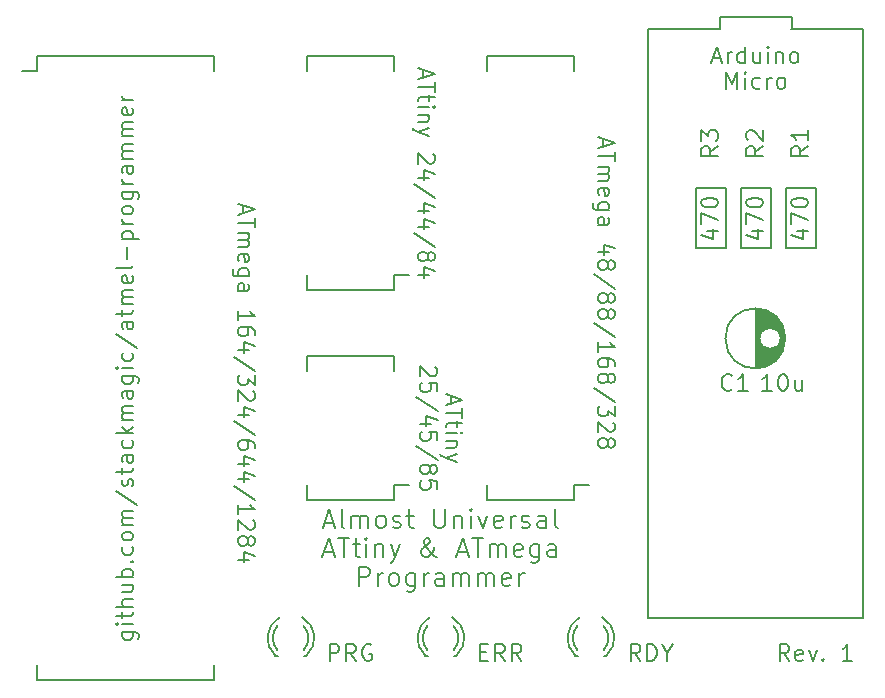
<source format=gbr>
G04 #@! TF.FileFunction,Legend,Top*
%FSLAX46Y46*%
G04 Gerber Fmt 4.6, Leading zero omitted, Abs format (unit mm)*
G04 Created by KiCad (PCBNEW 4.0.2+dfsg1-stable) date Mit 11 Mai 2016 00:43:05 CEST*
%MOMM*%
G01*
G04 APERTURE LIST*
%ADD10C,0.100000*%
%ADD11C,0.200000*%
%ADD12C,0.150000*%
G04 APERTURE END LIST*
D10*
D11*
X114000000Y-130250004D02*
X115133333Y-130250004D01*
X115266667Y-130316670D01*
X115333333Y-130383337D01*
X115400000Y-130516670D01*
X115400000Y-130716670D01*
X115333333Y-130850004D01*
X114866667Y-130250004D02*
X114933333Y-130383337D01*
X114933333Y-130650004D01*
X114866667Y-130783337D01*
X114800000Y-130850004D01*
X114666667Y-130916670D01*
X114266667Y-130916670D01*
X114133333Y-130850004D01*
X114066667Y-130783337D01*
X114000000Y-130650004D01*
X114000000Y-130383337D01*
X114066667Y-130250004D01*
X114933333Y-129583337D02*
X114000000Y-129583337D01*
X113533333Y-129583337D02*
X113600000Y-129650003D01*
X113666667Y-129583337D01*
X113600000Y-129516670D01*
X113533333Y-129583337D01*
X113666667Y-129583337D01*
X114000000Y-129116670D02*
X114000000Y-128583336D01*
X113533333Y-128916670D02*
X114733333Y-128916670D01*
X114866667Y-128850003D01*
X114933333Y-128716670D01*
X114933333Y-128583336D01*
X114933333Y-128116670D02*
X113533333Y-128116670D01*
X114933333Y-127516670D02*
X114200000Y-127516670D01*
X114066667Y-127583336D01*
X114000000Y-127716670D01*
X114000000Y-127916670D01*
X114066667Y-128050003D01*
X114133333Y-128116670D01*
X114000000Y-126250003D02*
X114933333Y-126250003D01*
X114000000Y-126850003D02*
X114733333Y-126850003D01*
X114866667Y-126783336D01*
X114933333Y-126650003D01*
X114933333Y-126450003D01*
X114866667Y-126316669D01*
X114800000Y-126250003D01*
X114933333Y-125583336D02*
X113533333Y-125583336D01*
X114066667Y-125583336D02*
X114000000Y-125450002D01*
X114000000Y-125183336D01*
X114066667Y-125050002D01*
X114133333Y-124983336D01*
X114266667Y-124916669D01*
X114666667Y-124916669D01*
X114800000Y-124983336D01*
X114866667Y-125050002D01*
X114933333Y-125183336D01*
X114933333Y-125450002D01*
X114866667Y-125583336D01*
X114800000Y-124316669D02*
X114866667Y-124250002D01*
X114933333Y-124316669D01*
X114866667Y-124383335D01*
X114800000Y-124316669D01*
X114933333Y-124316669D01*
X114866667Y-123050002D02*
X114933333Y-123183335D01*
X114933333Y-123450002D01*
X114866667Y-123583335D01*
X114800000Y-123650002D01*
X114666667Y-123716668D01*
X114266667Y-123716668D01*
X114133333Y-123650002D01*
X114066667Y-123583335D01*
X114000000Y-123450002D01*
X114000000Y-123183335D01*
X114066667Y-123050002D01*
X114933333Y-122250002D02*
X114866667Y-122383335D01*
X114800000Y-122450002D01*
X114666667Y-122516668D01*
X114266667Y-122516668D01*
X114133333Y-122450002D01*
X114066667Y-122383335D01*
X114000000Y-122250002D01*
X114000000Y-122050002D01*
X114066667Y-121916668D01*
X114133333Y-121850002D01*
X114266667Y-121783335D01*
X114666667Y-121783335D01*
X114800000Y-121850002D01*
X114866667Y-121916668D01*
X114933333Y-122050002D01*
X114933333Y-122250002D01*
X114933333Y-121183335D02*
X114000000Y-121183335D01*
X114133333Y-121183335D02*
X114066667Y-121116668D01*
X114000000Y-120983335D01*
X114000000Y-120783335D01*
X114066667Y-120650001D01*
X114200000Y-120583335D01*
X114933333Y-120583335D01*
X114200000Y-120583335D02*
X114066667Y-120516668D01*
X114000000Y-120383335D01*
X114000000Y-120183335D01*
X114066667Y-120050001D01*
X114200000Y-119983335D01*
X114933333Y-119983335D01*
X113466667Y-118316668D02*
X115266667Y-119516668D01*
X114866667Y-117916667D02*
X114933333Y-117783334D01*
X114933333Y-117516667D01*
X114866667Y-117383334D01*
X114733333Y-117316667D01*
X114666667Y-117316667D01*
X114533333Y-117383334D01*
X114466667Y-117516667D01*
X114466667Y-117716667D01*
X114400000Y-117850001D01*
X114266667Y-117916667D01*
X114200000Y-117916667D01*
X114066667Y-117850001D01*
X114000000Y-117716667D01*
X114000000Y-117516667D01*
X114066667Y-117383334D01*
X114000000Y-116916668D02*
X114000000Y-116383334D01*
X113533333Y-116716668D02*
X114733333Y-116716668D01*
X114866667Y-116650001D01*
X114933333Y-116516668D01*
X114933333Y-116383334D01*
X114933333Y-115316668D02*
X114200000Y-115316668D01*
X114066667Y-115383334D01*
X114000000Y-115516668D01*
X114000000Y-115783334D01*
X114066667Y-115916668D01*
X114866667Y-115316668D02*
X114933333Y-115450001D01*
X114933333Y-115783334D01*
X114866667Y-115916668D01*
X114733333Y-115983334D01*
X114600000Y-115983334D01*
X114466667Y-115916668D01*
X114400000Y-115783334D01*
X114400000Y-115450001D01*
X114333333Y-115316668D01*
X114866667Y-114050001D02*
X114933333Y-114183334D01*
X114933333Y-114450001D01*
X114866667Y-114583334D01*
X114800000Y-114650001D01*
X114666667Y-114716667D01*
X114266667Y-114716667D01*
X114133333Y-114650001D01*
X114066667Y-114583334D01*
X114000000Y-114450001D01*
X114000000Y-114183334D01*
X114066667Y-114050001D01*
X114933333Y-113450001D02*
X113533333Y-113450001D01*
X114400000Y-113316667D02*
X114933333Y-112916667D01*
X114000000Y-112916667D02*
X114533333Y-113450001D01*
X114933333Y-112316668D02*
X114000000Y-112316668D01*
X114133333Y-112316668D02*
X114066667Y-112250001D01*
X114000000Y-112116668D01*
X114000000Y-111916668D01*
X114066667Y-111783334D01*
X114200000Y-111716668D01*
X114933333Y-111716668D01*
X114200000Y-111716668D02*
X114066667Y-111650001D01*
X114000000Y-111516668D01*
X114000000Y-111316668D01*
X114066667Y-111183334D01*
X114200000Y-111116668D01*
X114933333Y-111116668D01*
X114933333Y-109850001D02*
X114200000Y-109850001D01*
X114066667Y-109916667D01*
X114000000Y-110050001D01*
X114000000Y-110316667D01*
X114066667Y-110450001D01*
X114866667Y-109850001D02*
X114933333Y-109983334D01*
X114933333Y-110316667D01*
X114866667Y-110450001D01*
X114733333Y-110516667D01*
X114600000Y-110516667D01*
X114466667Y-110450001D01*
X114400000Y-110316667D01*
X114400000Y-109983334D01*
X114333333Y-109850001D01*
X114000000Y-108583334D02*
X115133333Y-108583334D01*
X115266667Y-108650000D01*
X115333333Y-108716667D01*
X115400000Y-108850000D01*
X115400000Y-109050000D01*
X115333333Y-109183334D01*
X114866667Y-108583334D02*
X114933333Y-108716667D01*
X114933333Y-108983334D01*
X114866667Y-109116667D01*
X114800000Y-109183334D01*
X114666667Y-109250000D01*
X114266667Y-109250000D01*
X114133333Y-109183334D01*
X114066667Y-109116667D01*
X114000000Y-108983334D01*
X114000000Y-108716667D01*
X114066667Y-108583334D01*
X114933333Y-107916667D02*
X114000000Y-107916667D01*
X113533333Y-107916667D02*
X113600000Y-107983333D01*
X113666667Y-107916667D01*
X113600000Y-107850000D01*
X113533333Y-107916667D01*
X113666667Y-107916667D01*
X114866667Y-106650000D02*
X114933333Y-106783333D01*
X114933333Y-107050000D01*
X114866667Y-107183333D01*
X114800000Y-107250000D01*
X114666667Y-107316666D01*
X114266667Y-107316666D01*
X114133333Y-107250000D01*
X114066667Y-107183333D01*
X114000000Y-107050000D01*
X114000000Y-106783333D01*
X114066667Y-106650000D01*
X113466667Y-105050000D02*
X115266667Y-106250000D01*
X114933333Y-103983333D02*
X114200000Y-103983333D01*
X114066667Y-104049999D01*
X114000000Y-104183333D01*
X114000000Y-104449999D01*
X114066667Y-104583333D01*
X114866667Y-103983333D02*
X114933333Y-104116666D01*
X114933333Y-104449999D01*
X114866667Y-104583333D01*
X114733333Y-104649999D01*
X114600000Y-104649999D01*
X114466667Y-104583333D01*
X114400000Y-104449999D01*
X114400000Y-104116666D01*
X114333333Y-103983333D01*
X114000000Y-103516666D02*
X114000000Y-102983332D01*
X113533333Y-103316666D02*
X114733333Y-103316666D01*
X114866667Y-103249999D01*
X114933333Y-103116666D01*
X114933333Y-102983332D01*
X114933333Y-102516666D02*
X114000000Y-102516666D01*
X114133333Y-102516666D02*
X114066667Y-102449999D01*
X114000000Y-102316666D01*
X114000000Y-102116666D01*
X114066667Y-101983332D01*
X114200000Y-101916666D01*
X114933333Y-101916666D01*
X114200000Y-101916666D02*
X114066667Y-101849999D01*
X114000000Y-101716666D01*
X114000000Y-101516666D01*
X114066667Y-101383332D01*
X114200000Y-101316666D01*
X114933333Y-101316666D01*
X114866667Y-100116665D02*
X114933333Y-100249999D01*
X114933333Y-100516665D01*
X114866667Y-100649999D01*
X114733333Y-100716665D01*
X114200000Y-100716665D01*
X114066667Y-100649999D01*
X114000000Y-100516665D01*
X114000000Y-100249999D01*
X114066667Y-100116665D01*
X114200000Y-100049999D01*
X114333333Y-100049999D01*
X114466667Y-100716665D01*
X114933333Y-99249999D02*
X114866667Y-99383332D01*
X114733333Y-99449999D01*
X113533333Y-99449999D01*
X114400000Y-98716666D02*
X114400000Y-97649999D01*
X114000000Y-96983333D02*
X115400000Y-96983333D01*
X114066667Y-96983333D02*
X114000000Y-96849999D01*
X114000000Y-96583333D01*
X114066667Y-96449999D01*
X114133333Y-96383333D01*
X114266667Y-96316666D01*
X114666667Y-96316666D01*
X114800000Y-96383333D01*
X114866667Y-96449999D01*
X114933333Y-96583333D01*
X114933333Y-96849999D01*
X114866667Y-96983333D01*
X114933333Y-95716666D02*
X114000000Y-95716666D01*
X114266667Y-95716666D02*
X114133333Y-95649999D01*
X114066667Y-95583332D01*
X114000000Y-95449999D01*
X114000000Y-95316666D01*
X114933333Y-94649999D02*
X114866667Y-94783332D01*
X114800000Y-94849999D01*
X114666667Y-94916665D01*
X114266667Y-94916665D01*
X114133333Y-94849999D01*
X114066667Y-94783332D01*
X114000000Y-94649999D01*
X114000000Y-94449999D01*
X114066667Y-94316665D01*
X114133333Y-94249999D01*
X114266667Y-94183332D01*
X114666667Y-94183332D01*
X114800000Y-94249999D01*
X114866667Y-94316665D01*
X114933333Y-94449999D01*
X114933333Y-94649999D01*
X114000000Y-92983332D02*
X115133333Y-92983332D01*
X115266667Y-93049998D01*
X115333333Y-93116665D01*
X115400000Y-93249998D01*
X115400000Y-93449998D01*
X115333333Y-93583332D01*
X114866667Y-92983332D02*
X114933333Y-93116665D01*
X114933333Y-93383332D01*
X114866667Y-93516665D01*
X114800000Y-93583332D01*
X114666667Y-93649998D01*
X114266667Y-93649998D01*
X114133333Y-93583332D01*
X114066667Y-93516665D01*
X114000000Y-93383332D01*
X114000000Y-93116665D01*
X114066667Y-92983332D01*
X114933333Y-92316665D02*
X114000000Y-92316665D01*
X114266667Y-92316665D02*
X114133333Y-92249998D01*
X114066667Y-92183331D01*
X114000000Y-92049998D01*
X114000000Y-91916665D01*
X114933333Y-90849998D02*
X114200000Y-90849998D01*
X114066667Y-90916664D01*
X114000000Y-91049998D01*
X114000000Y-91316664D01*
X114066667Y-91449998D01*
X114866667Y-90849998D02*
X114933333Y-90983331D01*
X114933333Y-91316664D01*
X114866667Y-91449998D01*
X114733333Y-91516664D01*
X114600000Y-91516664D01*
X114466667Y-91449998D01*
X114400000Y-91316664D01*
X114400000Y-90983331D01*
X114333333Y-90849998D01*
X114933333Y-90183331D02*
X114000000Y-90183331D01*
X114133333Y-90183331D02*
X114066667Y-90116664D01*
X114000000Y-89983331D01*
X114000000Y-89783331D01*
X114066667Y-89649997D01*
X114200000Y-89583331D01*
X114933333Y-89583331D01*
X114200000Y-89583331D02*
X114066667Y-89516664D01*
X114000000Y-89383331D01*
X114000000Y-89183331D01*
X114066667Y-89049997D01*
X114200000Y-88983331D01*
X114933333Y-88983331D01*
X114933333Y-88316664D02*
X114000000Y-88316664D01*
X114133333Y-88316664D02*
X114066667Y-88249997D01*
X114000000Y-88116664D01*
X114000000Y-87916664D01*
X114066667Y-87783330D01*
X114200000Y-87716664D01*
X114933333Y-87716664D01*
X114200000Y-87716664D02*
X114066667Y-87649997D01*
X114000000Y-87516664D01*
X114000000Y-87316664D01*
X114066667Y-87183330D01*
X114200000Y-87116664D01*
X114933333Y-87116664D01*
X114866667Y-85916663D02*
X114933333Y-86049997D01*
X114933333Y-86316663D01*
X114866667Y-86449997D01*
X114733333Y-86516663D01*
X114200000Y-86516663D01*
X114066667Y-86449997D01*
X114000000Y-86316663D01*
X114000000Y-86049997D01*
X114066667Y-85916663D01*
X114200000Y-85849997D01*
X114333333Y-85849997D01*
X114466667Y-86516663D01*
X114933333Y-85249997D02*
X114000000Y-85249997D01*
X114266667Y-85249997D02*
X114133333Y-85183330D01*
X114066667Y-85116663D01*
X114000000Y-84983330D01*
X114000000Y-84849997D01*
X170486666Y-132713333D02*
X170020000Y-132046667D01*
X169686666Y-132713333D02*
X169686666Y-131313333D01*
X170220000Y-131313333D01*
X170353333Y-131380000D01*
X170420000Y-131446667D01*
X170486666Y-131580000D01*
X170486666Y-131780000D01*
X170420000Y-131913333D01*
X170353333Y-131980000D01*
X170220000Y-132046667D01*
X169686666Y-132046667D01*
X171620000Y-132646667D02*
X171486666Y-132713333D01*
X171220000Y-132713333D01*
X171086666Y-132646667D01*
X171020000Y-132513333D01*
X171020000Y-131980000D01*
X171086666Y-131846667D01*
X171220000Y-131780000D01*
X171486666Y-131780000D01*
X171620000Y-131846667D01*
X171686666Y-131980000D01*
X171686666Y-132113333D01*
X171020000Y-132246667D01*
X172153333Y-131780000D02*
X172486666Y-132713333D01*
X172820000Y-131780000D01*
X173353333Y-132580000D02*
X173420000Y-132646667D01*
X173353333Y-132713333D01*
X173286667Y-132646667D01*
X173353333Y-132580000D01*
X173353333Y-132713333D01*
X175820001Y-132713333D02*
X175020001Y-132713333D01*
X175420001Y-132713333D02*
X175420001Y-131313333D01*
X175286667Y-131513333D01*
X175153334Y-131646667D01*
X175020001Y-131713333D01*
X131141429Y-121016667D02*
X131903334Y-121016667D01*
X130989048Y-121473810D02*
X131522381Y-119873810D01*
X132055715Y-121473810D01*
X132817620Y-121473810D02*
X132665239Y-121397619D01*
X132589048Y-121245238D01*
X132589048Y-119873810D01*
X133427143Y-121473810D02*
X133427143Y-120407143D01*
X133427143Y-120559524D02*
X133503334Y-120483333D01*
X133655715Y-120407143D01*
X133884286Y-120407143D01*
X134036667Y-120483333D01*
X134112858Y-120635714D01*
X134112858Y-121473810D01*
X134112858Y-120635714D02*
X134189048Y-120483333D01*
X134341429Y-120407143D01*
X134570001Y-120407143D01*
X134722381Y-120483333D01*
X134798572Y-120635714D01*
X134798572Y-121473810D01*
X135789048Y-121473810D02*
X135636667Y-121397619D01*
X135560476Y-121321429D01*
X135484286Y-121169048D01*
X135484286Y-120711905D01*
X135560476Y-120559524D01*
X135636667Y-120483333D01*
X135789048Y-120407143D01*
X136017619Y-120407143D01*
X136170000Y-120483333D01*
X136246191Y-120559524D01*
X136322381Y-120711905D01*
X136322381Y-121169048D01*
X136246191Y-121321429D01*
X136170000Y-121397619D01*
X136017619Y-121473810D01*
X135789048Y-121473810D01*
X136931905Y-121397619D02*
X137084286Y-121473810D01*
X137389048Y-121473810D01*
X137541429Y-121397619D01*
X137617619Y-121245238D01*
X137617619Y-121169048D01*
X137541429Y-121016667D01*
X137389048Y-120940476D01*
X137160476Y-120940476D01*
X137008095Y-120864286D01*
X136931905Y-120711905D01*
X136931905Y-120635714D01*
X137008095Y-120483333D01*
X137160476Y-120407143D01*
X137389048Y-120407143D01*
X137541429Y-120483333D01*
X138074762Y-120407143D02*
X138684286Y-120407143D01*
X138303333Y-119873810D02*
X138303333Y-121245238D01*
X138379524Y-121397619D01*
X138531905Y-121473810D01*
X138684286Y-121473810D01*
X140436667Y-119873810D02*
X140436667Y-121169048D01*
X140512858Y-121321429D01*
X140589048Y-121397619D01*
X140741429Y-121473810D01*
X141046191Y-121473810D01*
X141198572Y-121397619D01*
X141274763Y-121321429D01*
X141350953Y-121169048D01*
X141350953Y-119873810D01*
X142112857Y-120407143D02*
X142112857Y-121473810D01*
X142112857Y-120559524D02*
X142189048Y-120483333D01*
X142341429Y-120407143D01*
X142570000Y-120407143D01*
X142722381Y-120483333D01*
X142798572Y-120635714D01*
X142798572Y-121473810D01*
X143560476Y-121473810D02*
X143560476Y-120407143D01*
X143560476Y-119873810D02*
X143484286Y-119950000D01*
X143560476Y-120026190D01*
X143636667Y-119950000D01*
X143560476Y-119873810D01*
X143560476Y-120026190D01*
X144170000Y-120407143D02*
X144550953Y-121473810D01*
X144931905Y-120407143D01*
X146150953Y-121397619D02*
X145998572Y-121473810D01*
X145693810Y-121473810D01*
X145541429Y-121397619D01*
X145465239Y-121245238D01*
X145465239Y-120635714D01*
X145541429Y-120483333D01*
X145693810Y-120407143D01*
X145998572Y-120407143D01*
X146150953Y-120483333D01*
X146227144Y-120635714D01*
X146227144Y-120788095D01*
X145465239Y-120940476D01*
X146912858Y-121473810D02*
X146912858Y-120407143D01*
X146912858Y-120711905D02*
X146989049Y-120559524D01*
X147065239Y-120483333D01*
X147217620Y-120407143D01*
X147370001Y-120407143D01*
X147827144Y-121397619D02*
X147979525Y-121473810D01*
X148284287Y-121473810D01*
X148436668Y-121397619D01*
X148512858Y-121245238D01*
X148512858Y-121169048D01*
X148436668Y-121016667D01*
X148284287Y-120940476D01*
X148055715Y-120940476D01*
X147903334Y-120864286D01*
X147827144Y-120711905D01*
X147827144Y-120635714D01*
X147903334Y-120483333D01*
X148055715Y-120407143D01*
X148284287Y-120407143D01*
X148436668Y-120483333D01*
X149884287Y-121473810D02*
X149884287Y-120635714D01*
X149808096Y-120483333D01*
X149655715Y-120407143D01*
X149350953Y-120407143D01*
X149198572Y-120483333D01*
X149884287Y-121397619D02*
X149731906Y-121473810D01*
X149350953Y-121473810D01*
X149198572Y-121397619D01*
X149122382Y-121245238D01*
X149122382Y-121092857D01*
X149198572Y-120940476D01*
X149350953Y-120864286D01*
X149731906Y-120864286D01*
X149884287Y-120788095D01*
X150874763Y-121473810D02*
X150722382Y-121397619D01*
X150646191Y-121245238D01*
X150646191Y-119873810D01*
X131103332Y-123456667D02*
X131865237Y-123456667D01*
X130950951Y-123913810D02*
X131484284Y-122313810D01*
X132017618Y-123913810D01*
X132322380Y-122313810D02*
X133236666Y-122313810D01*
X132779523Y-123913810D02*
X132779523Y-122313810D01*
X133541428Y-122847143D02*
X134150952Y-122847143D01*
X133769999Y-122313810D02*
X133769999Y-123685238D01*
X133846190Y-123837619D01*
X133998571Y-123913810D01*
X134150952Y-123913810D01*
X134684285Y-123913810D02*
X134684285Y-122847143D01*
X134684285Y-122313810D02*
X134608095Y-122390000D01*
X134684285Y-122466190D01*
X134760476Y-122390000D01*
X134684285Y-122313810D01*
X134684285Y-122466190D01*
X135446190Y-122847143D02*
X135446190Y-123913810D01*
X135446190Y-122999524D02*
X135522381Y-122923333D01*
X135674762Y-122847143D01*
X135903333Y-122847143D01*
X136055714Y-122923333D01*
X136131905Y-123075714D01*
X136131905Y-123913810D01*
X136741428Y-122847143D02*
X137122381Y-123913810D01*
X137503333Y-122847143D02*
X137122381Y-123913810D01*
X136970000Y-124294762D01*
X136893809Y-124370952D01*
X136741428Y-124447143D01*
X140627143Y-123913810D02*
X140550953Y-123913810D01*
X140398572Y-123837619D01*
X140170001Y-123609048D01*
X139789048Y-123151905D01*
X139636667Y-122923333D01*
X139560477Y-122694762D01*
X139560477Y-122542381D01*
X139636667Y-122390000D01*
X139789048Y-122313810D01*
X139865239Y-122313810D01*
X140017620Y-122390000D01*
X140093810Y-122542381D01*
X140093810Y-122618571D01*
X140017620Y-122770952D01*
X139941429Y-122847143D01*
X139484286Y-123151905D01*
X139408096Y-123228095D01*
X139331905Y-123380476D01*
X139331905Y-123609048D01*
X139408096Y-123761429D01*
X139484286Y-123837619D01*
X139636667Y-123913810D01*
X139865239Y-123913810D01*
X140017620Y-123837619D01*
X140093810Y-123761429D01*
X140322382Y-123456667D01*
X140398572Y-123228095D01*
X140398572Y-123075714D01*
X142455715Y-123456667D02*
X143217620Y-123456667D01*
X142303334Y-123913810D02*
X142836667Y-122313810D01*
X143370001Y-123913810D01*
X143674763Y-122313810D02*
X144589049Y-122313810D01*
X144131906Y-123913810D02*
X144131906Y-122313810D01*
X145122382Y-123913810D02*
X145122382Y-122847143D01*
X145122382Y-122999524D02*
X145198573Y-122923333D01*
X145350954Y-122847143D01*
X145579525Y-122847143D01*
X145731906Y-122923333D01*
X145808097Y-123075714D01*
X145808097Y-123913810D01*
X145808097Y-123075714D02*
X145884287Y-122923333D01*
X146036668Y-122847143D01*
X146265240Y-122847143D01*
X146417620Y-122923333D01*
X146493811Y-123075714D01*
X146493811Y-123913810D01*
X147865239Y-123837619D02*
X147712858Y-123913810D01*
X147408096Y-123913810D01*
X147255715Y-123837619D01*
X147179525Y-123685238D01*
X147179525Y-123075714D01*
X147255715Y-122923333D01*
X147408096Y-122847143D01*
X147712858Y-122847143D01*
X147865239Y-122923333D01*
X147941430Y-123075714D01*
X147941430Y-123228095D01*
X147179525Y-123380476D01*
X149312859Y-122847143D02*
X149312859Y-124142381D01*
X149236668Y-124294762D01*
X149160478Y-124370952D01*
X149008097Y-124447143D01*
X148779525Y-124447143D01*
X148627144Y-124370952D01*
X149312859Y-123837619D02*
X149160478Y-123913810D01*
X148855716Y-123913810D01*
X148703335Y-123837619D01*
X148627144Y-123761429D01*
X148550954Y-123609048D01*
X148550954Y-123151905D01*
X148627144Y-122999524D01*
X148703335Y-122923333D01*
X148855716Y-122847143D01*
X149160478Y-122847143D01*
X149312859Y-122923333D01*
X150760478Y-123913810D02*
X150760478Y-123075714D01*
X150684287Y-122923333D01*
X150531906Y-122847143D01*
X150227144Y-122847143D01*
X150074763Y-122923333D01*
X150760478Y-123837619D02*
X150608097Y-123913810D01*
X150227144Y-123913810D01*
X150074763Y-123837619D01*
X149998573Y-123685238D01*
X149998573Y-123532857D01*
X150074763Y-123380476D01*
X150227144Y-123304286D01*
X150608097Y-123304286D01*
X150760478Y-123228095D01*
X134074762Y-126353810D02*
X134074762Y-124753810D01*
X134684286Y-124753810D01*
X134836667Y-124830000D01*
X134912858Y-124906190D01*
X134989048Y-125058571D01*
X134989048Y-125287143D01*
X134912858Y-125439524D01*
X134836667Y-125515714D01*
X134684286Y-125591905D01*
X134074762Y-125591905D01*
X135674762Y-126353810D02*
X135674762Y-125287143D01*
X135674762Y-125591905D02*
X135750953Y-125439524D01*
X135827143Y-125363333D01*
X135979524Y-125287143D01*
X136131905Y-125287143D01*
X136893810Y-126353810D02*
X136741429Y-126277619D01*
X136665238Y-126201429D01*
X136589048Y-126049048D01*
X136589048Y-125591905D01*
X136665238Y-125439524D01*
X136741429Y-125363333D01*
X136893810Y-125287143D01*
X137122381Y-125287143D01*
X137274762Y-125363333D01*
X137350953Y-125439524D01*
X137427143Y-125591905D01*
X137427143Y-126049048D01*
X137350953Y-126201429D01*
X137274762Y-126277619D01*
X137122381Y-126353810D01*
X136893810Y-126353810D01*
X138798572Y-125287143D02*
X138798572Y-126582381D01*
X138722381Y-126734762D01*
X138646191Y-126810952D01*
X138493810Y-126887143D01*
X138265238Y-126887143D01*
X138112857Y-126810952D01*
X138798572Y-126277619D02*
X138646191Y-126353810D01*
X138341429Y-126353810D01*
X138189048Y-126277619D01*
X138112857Y-126201429D01*
X138036667Y-126049048D01*
X138036667Y-125591905D01*
X138112857Y-125439524D01*
X138189048Y-125363333D01*
X138341429Y-125287143D01*
X138646191Y-125287143D01*
X138798572Y-125363333D01*
X139560476Y-126353810D02*
X139560476Y-125287143D01*
X139560476Y-125591905D02*
X139636667Y-125439524D01*
X139712857Y-125363333D01*
X139865238Y-125287143D01*
X140017619Y-125287143D01*
X141236667Y-126353810D02*
X141236667Y-125515714D01*
X141160476Y-125363333D01*
X141008095Y-125287143D01*
X140703333Y-125287143D01*
X140550952Y-125363333D01*
X141236667Y-126277619D02*
X141084286Y-126353810D01*
X140703333Y-126353810D01*
X140550952Y-126277619D01*
X140474762Y-126125238D01*
X140474762Y-125972857D01*
X140550952Y-125820476D01*
X140703333Y-125744286D01*
X141084286Y-125744286D01*
X141236667Y-125668095D01*
X141998571Y-126353810D02*
X141998571Y-125287143D01*
X141998571Y-125439524D02*
X142074762Y-125363333D01*
X142227143Y-125287143D01*
X142455714Y-125287143D01*
X142608095Y-125363333D01*
X142684286Y-125515714D01*
X142684286Y-126353810D01*
X142684286Y-125515714D02*
X142760476Y-125363333D01*
X142912857Y-125287143D01*
X143141429Y-125287143D01*
X143293809Y-125363333D01*
X143370000Y-125515714D01*
X143370000Y-126353810D01*
X144131904Y-126353810D02*
X144131904Y-125287143D01*
X144131904Y-125439524D02*
X144208095Y-125363333D01*
X144360476Y-125287143D01*
X144589047Y-125287143D01*
X144741428Y-125363333D01*
X144817619Y-125515714D01*
X144817619Y-126353810D01*
X144817619Y-125515714D02*
X144893809Y-125363333D01*
X145046190Y-125287143D01*
X145274762Y-125287143D01*
X145427142Y-125363333D01*
X145503333Y-125515714D01*
X145503333Y-126353810D01*
X146874761Y-126277619D02*
X146722380Y-126353810D01*
X146417618Y-126353810D01*
X146265237Y-126277619D01*
X146189047Y-126125238D01*
X146189047Y-125515714D01*
X146265237Y-125363333D01*
X146417618Y-125287143D01*
X146722380Y-125287143D01*
X146874761Y-125363333D01*
X146950952Y-125515714D01*
X146950952Y-125668095D01*
X146189047Y-125820476D01*
X147636666Y-126353810D02*
X147636666Y-125287143D01*
X147636666Y-125591905D02*
X147712857Y-125439524D01*
X147789047Y-125363333D01*
X147941428Y-125287143D01*
X148093809Y-125287143D01*
X154706667Y-88533334D02*
X154706667Y-89200000D01*
X154306667Y-88400000D02*
X155706667Y-88866667D01*
X154306667Y-89333334D01*
X155706667Y-89600000D02*
X155706667Y-90400000D01*
X154306667Y-90000000D02*
X155706667Y-90000000D01*
X154306667Y-90866667D02*
X155240000Y-90866667D01*
X155106667Y-90866667D02*
X155173333Y-90933334D01*
X155240000Y-91066667D01*
X155240000Y-91266667D01*
X155173333Y-91400001D01*
X155040000Y-91466667D01*
X154306667Y-91466667D01*
X155040000Y-91466667D02*
X155173333Y-91533334D01*
X155240000Y-91666667D01*
X155240000Y-91866667D01*
X155173333Y-92000001D01*
X155040000Y-92066667D01*
X154306667Y-92066667D01*
X154373333Y-93266668D02*
X154306667Y-93133334D01*
X154306667Y-92866668D01*
X154373333Y-92733334D01*
X154506667Y-92666668D01*
X155040000Y-92666668D01*
X155173333Y-92733334D01*
X155240000Y-92866668D01*
X155240000Y-93133334D01*
X155173333Y-93266668D01*
X155040000Y-93333334D01*
X154906667Y-93333334D01*
X154773333Y-92666668D01*
X155240000Y-94533334D02*
X154106667Y-94533334D01*
X153973333Y-94466668D01*
X153906667Y-94400001D01*
X153840000Y-94266668D01*
X153840000Y-94066668D01*
X153906667Y-93933334D01*
X154373333Y-94533334D02*
X154306667Y-94400001D01*
X154306667Y-94133334D01*
X154373333Y-94000001D01*
X154440000Y-93933334D01*
X154573333Y-93866668D01*
X154973333Y-93866668D01*
X155106667Y-93933334D01*
X155173333Y-94000001D01*
X155240000Y-94133334D01*
X155240000Y-94400001D01*
X155173333Y-94533334D01*
X154306667Y-95800001D02*
X155040000Y-95800001D01*
X155173333Y-95733335D01*
X155240000Y-95600001D01*
X155240000Y-95333335D01*
X155173333Y-95200001D01*
X154373333Y-95800001D02*
X154306667Y-95666668D01*
X154306667Y-95333335D01*
X154373333Y-95200001D01*
X154506667Y-95133335D01*
X154640000Y-95133335D01*
X154773333Y-95200001D01*
X154840000Y-95333335D01*
X154840000Y-95666668D01*
X154906667Y-95800001D01*
X155240000Y-98133335D02*
X154306667Y-98133335D01*
X155773333Y-97800002D02*
X154773333Y-97466669D01*
X154773333Y-98333335D01*
X155106667Y-99066668D02*
X155173333Y-98933335D01*
X155240000Y-98866668D01*
X155373333Y-98800002D01*
X155440000Y-98800002D01*
X155573333Y-98866668D01*
X155640000Y-98933335D01*
X155706667Y-99066668D01*
X155706667Y-99333335D01*
X155640000Y-99466668D01*
X155573333Y-99533335D01*
X155440000Y-99600002D01*
X155373333Y-99600002D01*
X155240000Y-99533335D01*
X155173333Y-99466668D01*
X155106667Y-99333335D01*
X155106667Y-99066668D01*
X155040000Y-98933335D01*
X154973333Y-98866668D01*
X154840000Y-98800002D01*
X154573333Y-98800002D01*
X154440000Y-98866668D01*
X154373333Y-98933335D01*
X154306667Y-99066668D01*
X154306667Y-99333335D01*
X154373333Y-99466668D01*
X154440000Y-99533335D01*
X154573333Y-99600002D01*
X154840000Y-99600002D01*
X154973333Y-99533335D01*
X155040000Y-99466668D01*
X155106667Y-99333335D01*
X155773333Y-101200001D02*
X153973333Y-100000001D01*
X155106667Y-101866668D02*
X155173333Y-101733335D01*
X155240000Y-101666668D01*
X155373333Y-101600002D01*
X155440000Y-101600002D01*
X155573333Y-101666668D01*
X155640000Y-101733335D01*
X155706667Y-101866668D01*
X155706667Y-102133335D01*
X155640000Y-102266668D01*
X155573333Y-102333335D01*
X155440000Y-102400002D01*
X155373333Y-102400002D01*
X155240000Y-102333335D01*
X155173333Y-102266668D01*
X155106667Y-102133335D01*
X155106667Y-101866668D01*
X155040000Y-101733335D01*
X154973333Y-101666668D01*
X154840000Y-101600002D01*
X154573333Y-101600002D01*
X154440000Y-101666668D01*
X154373333Y-101733335D01*
X154306667Y-101866668D01*
X154306667Y-102133335D01*
X154373333Y-102266668D01*
X154440000Y-102333335D01*
X154573333Y-102400002D01*
X154840000Y-102400002D01*
X154973333Y-102333335D01*
X155040000Y-102266668D01*
X155106667Y-102133335D01*
X155106667Y-103200001D02*
X155173333Y-103066668D01*
X155240000Y-103000001D01*
X155373333Y-102933335D01*
X155440000Y-102933335D01*
X155573333Y-103000001D01*
X155640000Y-103066668D01*
X155706667Y-103200001D01*
X155706667Y-103466668D01*
X155640000Y-103600001D01*
X155573333Y-103666668D01*
X155440000Y-103733335D01*
X155373333Y-103733335D01*
X155240000Y-103666668D01*
X155173333Y-103600001D01*
X155106667Y-103466668D01*
X155106667Y-103200001D01*
X155040000Y-103066668D01*
X154973333Y-103000001D01*
X154840000Y-102933335D01*
X154573333Y-102933335D01*
X154440000Y-103000001D01*
X154373333Y-103066668D01*
X154306667Y-103200001D01*
X154306667Y-103466668D01*
X154373333Y-103600001D01*
X154440000Y-103666668D01*
X154573333Y-103733335D01*
X154840000Y-103733335D01*
X154973333Y-103666668D01*
X155040000Y-103600001D01*
X155106667Y-103466668D01*
X155773333Y-105333334D02*
X153973333Y-104133334D01*
X154306667Y-106533335D02*
X154306667Y-105733335D01*
X154306667Y-106133335D02*
X155706667Y-106133335D01*
X155506667Y-106000001D01*
X155373333Y-105866668D01*
X155306667Y-105733335D01*
X155706667Y-107733334D02*
X155706667Y-107466668D01*
X155640000Y-107333334D01*
X155573333Y-107266668D01*
X155373333Y-107133334D01*
X155106667Y-107066668D01*
X154573333Y-107066668D01*
X154440000Y-107133334D01*
X154373333Y-107200001D01*
X154306667Y-107333334D01*
X154306667Y-107600001D01*
X154373333Y-107733334D01*
X154440000Y-107800001D01*
X154573333Y-107866668D01*
X154906667Y-107866668D01*
X155040000Y-107800001D01*
X155106667Y-107733334D01*
X155173333Y-107600001D01*
X155173333Y-107333334D01*
X155106667Y-107200001D01*
X155040000Y-107133334D01*
X154906667Y-107066668D01*
X155106667Y-108666667D02*
X155173333Y-108533334D01*
X155240000Y-108466667D01*
X155373333Y-108400001D01*
X155440000Y-108400001D01*
X155573333Y-108466667D01*
X155640000Y-108533334D01*
X155706667Y-108666667D01*
X155706667Y-108933334D01*
X155640000Y-109066667D01*
X155573333Y-109133334D01*
X155440000Y-109200001D01*
X155373333Y-109200001D01*
X155240000Y-109133334D01*
X155173333Y-109066667D01*
X155106667Y-108933334D01*
X155106667Y-108666667D01*
X155040000Y-108533334D01*
X154973333Y-108466667D01*
X154840000Y-108400001D01*
X154573333Y-108400001D01*
X154440000Y-108466667D01*
X154373333Y-108533334D01*
X154306667Y-108666667D01*
X154306667Y-108933334D01*
X154373333Y-109066667D01*
X154440000Y-109133334D01*
X154573333Y-109200001D01*
X154840000Y-109200001D01*
X154973333Y-109133334D01*
X155040000Y-109066667D01*
X155106667Y-108933334D01*
X155773333Y-110800000D02*
X153973333Y-109600000D01*
X155706667Y-111133334D02*
X155706667Y-112000001D01*
X155173333Y-111533334D01*
X155173333Y-111733334D01*
X155106667Y-111866667D01*
X155040000Y-111933334D01*
X154906667Y-112000001D01*
X154573333Y-112000001D01*
X154440000Y-111933334D01*
X154373333Y-111866667D01*
X154306667Y-111733334D01*
X154306667Y-111333334D01*
X154373333Y-111200001D01*
X154440000Y-111133334D01*
X155573333Y-112533334D02*
X155640000Y-112600000D01*
X155706667Y-112733334D01*
X155706667Y-113066667D01*
X155640000Y-113200000D01*
X155573333Y-113266667D01*
X155440000Y-113333334D01*
X155306667Y-113333334D01*
X155106667Y-113266667D01*
X154306667Y-112466667D01*
X154306667Y-113333334D01*
X155106667Y-114133333D02*
X155173333Y-114000000D01*
X155240000Y-113933333D01*
X155373333Y-113866667D01*
X155440000Y-113866667D01*
X155573333Y-113933333D01*
X155640000Y-114000000D01*
X155706667Y-114133333D01*
X155706667Y-114400000D01*
X155640000Y-114533333D01*
X155573333Y-114600000D01*
X155440000Y-114666667D01*
X155373333Y-114666667D01*
X155240000Y-114600000D01*
X155173333Y-114533333D01*
X155106667Y-114400000D01*
X155106667Y-114133333D01*
X155040000Y-114000000D01*
X154973333Y-113933333D01*
X154840000Y-113866667D01*
X154573333Y-113866667D01*
X154440000Y-113933333D01*
X154373333Y-114000000D01*
X154306667Y-114133333D01*
X154306667Y-114400000D01*
X154373333Y-114533333D01*
X154440000Y-114600000D01*
X154573333Y-114666667D01*
X154840000Y-114666667D01*
X154973333Y-114600000D01*
X155040000Y-114533333D01*
X155106667Y-114400000D01*
X164006666Y-81703333D02*
X164673332Y-81703333D01*
X163873332Y-82103333D02*
X164339999Y-80703333D01*
X164806666Y-82103333D01*
X165273332Y-82103333D02*
X165273332Y-81170000D01*
X165273332Y-81436667D02*
X165339999Y-81303333D01*
X165406666Y-81236667D01*
X165539999Y-81170000D01*
X165673332Y-81170000D01*
X166739999Y-82103333D02*
X166739999Y-80703333D01*
X166739999Y-82036667D02*
X166606666Y-82103333D01*
X166339999Y-82103333D01*
X166206666Y-82036667D01*
X166139999Y-81970000D01*
X166073333Y-81836667D01*
X166073333Y-81436667D01*
X166139999Y-81303333D01*
X166206666Y-81236667D01*
X166339999Y-81170000D01*
X166606666Y-81170000D01*
X166739999Y-81236667D01*
X168006666Y-81170000D02*
X168006666Y-82103333D01*
X167406666Y-81170000D02*
X167406666Y-81903333D01*
X167473333Y-82036667D01*
X167606666Y-82103333D01*
X167806666Y-82103333D01*
X167940000Y-82036667D01*
X168006666Y-81970000D01*
X168673333Y-82103333D02*
X168673333Y-81170000D01*
X168673333Y-80703333D02*
X168606667Y-80770000D01*
X168673333Y-80836667D01*
X168740000Y-80770000D01*
X168673333Y-80703333D01*
X168673333Y-80836667D01*
X169340000Y-81170000D02*
X169340000Y-82103333D01*
X169340000Y-81303333D02*
X169406667Y-81236667D01*
X169540000Y-81170000D01*
X169740000Y-81170000D01*
X169873334Y-81236667D01*
X169940000Y-81370000D01*
X169940000Y-82103333D01*
X170806667Y-82103333D02*
X170673334Y-82036667D01*
X170606667Y-81970000D01*
X170540001Y-81836667D01*
X170540001Y-81436667D01*
X170606667Y-81303333D01*
X170673334Y-81236667D01*
X170806667Y-81170000D01*
X171006667Y-81170000D01*
X171140001Y-81236667D01*
X171206667Y-81303333D01*
X171273334Y-81436667D01*
X171273334Y-81836667D01*
X171206667Y-81970000D01*
X171140001Y-82036667D01*
X171006667Y-82103333D01*
X170806667Y-82103333D01*
X165173333Y-84263333D02*
X165173333Y-82863333D01*
X165640000Y-83863333D01*
X166106667Y-82863333D01*
X166106667Y-84263333D01*
X166773333Y-84263333D02*
X166773333Y-83330000D01*
X166773333Y-82863333D02*
X166706667Y-82930000D01*
X166773333Y-82996667D01*
X166840000Y-82930000D01*
X166773333Y-82863333D01*
X166773333Y-82996667D01*
X168040000Y-84196667D02*
X167906667Y-84263333D01*
X167640000Y-84263333D01*
X167506667Y-84196667D01*
X167440000Y-84130000D01*
X167373334Y-83996667D01*
X167373334Y-83596667D01*
X167440000Y-83463333D01*
X167506667Y-83396667D01*
X167640000Y-83330000D01*
X167906667Y-83330000D01*
X168040000Y-83396667D01*
X168640000Y-84263333D02*
X168640000Y-83330000D01*
X168640000Y-83596667D02*
X168706667Y-83463333D01*
X168773334Y-83396667D01*
X168906667Y-83330000D01*
X169040000Y-83330000D01*
X169706667Y-84263333D02*
X169573334Y-84196667D01*
X169506667Y-84130000D01*
X169440001Y-83996667D01*
X169440001Y-83596667D01*
X169506667Y-83463333D01*
X169573334Y-83396667D01*
X169706667Y-83330000D01*
X169906667Y-83330000D01*
X170040001Y-83396667D01*
X170106667Y-83463333D01*
X170173334Y-83596667D01*
X170173334Y-83996667D01*
X170106667Y-84130000D01*
X170040001Y-84196667D01*
X169906667Y-84263333D01*
X169706667Y-84263333D01*
X124226667Y-94153335D02*
X124226667Y-94820001D01*
X123826667Y-94020001D02*
X125226667Y-94486668D01*
X123826667Y-94953335D01*
X125226667Y-95220001D02*
X125226667Y-96020001D01*
X123826667Y-95620001D02*
X125226667Y-95620001D01*
X123826667Y-96486668D02*
X124760000Y-96486668D01*
X124626667Y-96486668D02*
X124693333Y-96553335D01*
X124760000Y-96686668D01*
X124760000Y-96886668D01*
X124693333Y-97020002D01*
X124560000Y-97086668D01*
X123826667Y-97086668D01*
X124560000Y-97086668D02*
X124693333Y-97153335D01*
X124760000Y-97286668D01*
X124760000Y-97486668D01*
X124693333Y-97620002D01*
X124560000Y-97686668D01*
X123826667Y-97686668D01*
X123893333Y-98886669D02*
X123826667Y-98753335D01*
X123826667Y-98486669D01*
X123893333Y-98353335D01*
X124026667Y-98286669D01*
X124560000Y-98286669D01*
X124693333Y-98353335D01*
X124760000Y-98486669D01*
X124760000Y-98753335D01*
X124693333Y-98886669D01*
X124560000Y-98953335D01*
X124426667Y-98953335D01*
X124293333Y-98286669D01*
X124760000Y-100153335D02*
X123626667Y-100153335D01*
X123493333Y-100086669D01*
X123426667Y-100020002D01*
X123360000Y-99886669D01*
X123360000Y-99686669D01*
X123426667Y-99553335D01*
X123893333Y-100153335D02*
X123826667Y-100020002D01*
X123826667Y-99753335D01*
X123893333Y-99620002D01*
X123960000Y-99553335D01*
X124093333Y-99486669D01*
X124493333Y-99486669D01*
X124626667Y-99553335D01*
X124693333Y-99620002D01*
X124760000Y-99753335D01*
X124760000Y-100020002D01*
X124693333Y-100153335D01*
X123826667Y-101420002D02*
X124560000Y-101420002D01*
X124693333Y-101353336D01*
X124760000Y-101220002D01*
X124760000Y-100953336D01*
X124693333Y-100820002D01*
X123893333Y-101420002D02*
X123826667Y-101286669D01*
X123826667Y-100953336D01*
X123893333Y-100820002D01*
X124026667Y-100753336D01*
X124160000Y-100753336D01*
X124293333Y-100820002D01*
X124360000Y-100953336D01*
X124360000Y-101286669D01*
X124426667Y-101420002D01*
X123826667Y-103886670D02*
X123826667Y-103086670D01*
X123826667Y-103486670D02*
X125226667Y-103486670D01*
X125026667Y-103353336D01*
X124893333Y-103220003D01*
X124826667Y-103086670D01*
X125226667Y-105086669D02*
X125226667Y-104820003D01*
X125160000Y-104686669D01*
X125093333Y-104620003D01*
X124893333Y-104486669D01*
X124626667Y-104420003D01*
X124093333Y-104420003D01*
X123960000Y-104486669D01*
X123893333Y-104553336D01*
X123826667Y-104686669D01*
X123826667Y-104953336D01*
X123893333Y-105086669D01*
X123960000Y-105153336D01*
X124093333Y-105220003D01*
X124426667Y-105220003D01*
X124560000Y-105153336D01*
X124626667Y-105086669D01*
X124693333Y-104953336D01*
X124693333Y-104686669D01*
X124626667Y-104553336D01*
X124560000Y-104486669D01*
X124426667Y-104420003D01*
X124760000Y-106420002D02*
X123826667Y-106420002D01*
X125293333Y-106086669D02*
X124293333Y-105753336D01*
X124293333Y-106620002D01*
X125293333Y-108153335D02*
X123493333Y-106953335D01*
X125226667Y-108486669D02*
X125226667Y-109353336D01*
X124693333Y-108886669D01*
X124693333Y-109086669D01*
X124626667Y-109220002D01*
X124560000Y-109286669D01*
X124426667Y-109353336D01*
X124093333Y-109353336D01*
X123960000Y-109286669D01*
X123893333Y-109220002D01*
X123826667Y-109086669D01*
X123826667Y-108686669D01*
X123893333Y-108553336D01*
X123960000Y-108486669D01*
X125093333Y-109886669D02*
X125160000Y-109953335D01*
X125226667Y-110086669D01*
X125226667Y-110420002D01*
X125160000Y-110553335D01*
X125093333Y-110620002D01*
X124960000Y-110686669D01*
X124826667Y-110686669D01*
X124626667Y-110620002D01*
X123826667Y-109820002D01*
X123826667Y-110686669D01*
X124760000Y-111886668D02*
X123826667Y-111886668D01*
X125293333Y-111553335D02*
X124293333Y-111220002D01*
X124293333Y-112086668D01*
X125293333Y-113620001D02*
X123493333Y-112420001D01*
X125226667Y-114686668D02*
X125226667Y-114420002D01*
X125160000Y-114286668D01*
X125093333Y-114220002D01*
X124893333Y-114086668D01*
X124626667Y-114020002D01*
X124093333Y-114020002D01*
X123960000Y-114086668D01*
X123893333Y-114153335D01*
X123826667Y-114286668D01*
X123826667Y-114553335D01*
X123893333Y-114686668D01*
X123960000Y-114753335D01*
X124093333Y-114820002D01*
X124426667Y-114820002D01*
X124560000Y-114753335D01*
X124626667Y-114686668D01*
X124693333Y-114553335D01*
X124693333Y-114286668D01*
X124626667Y-114153335D01*
X124560000Y-114086668D01*
X124426667Y-114020002D01*
X124760000Y-116020001D02*
X123826667Y-116020001D01*
X125293333Y-115686668D02*
X124293333Y-115353335D01*
X124293333Y-116220001D01*
X124760000Y-117353334D02*
X123826667Y-117353334D01*
X125293333Y-117020001D02*
X124293333Y-116686668D01*
X124293333Y-117553334D01*
X125293333Y-119086667D02*
X123493333Y-117886667D01*
X123826667Y-120286668D02*
X123826667Y-119486668D01*
X123826667Y-119886668D02*
X125226667Y-119886668D01*
X125026667Y-119753334D01*
X124893333Y-119620001D01*
X124826667Y-119486668D01*
X125093333Y-120820001D02*
X125160000Y-120886667D01*
X125226667Y-121020001D01*
X125226667Y-121353334D01*
X125160000Y-121486667D01*
X125093333Y-121553334D01*
X124960000Y-121620001D01*
X124826667Y-121620001D01*
X124626667Y-121553334D01*
X123826667Y-120753334D01*
X123826667Y-121620001D01*
X124626667Y-122420000D02*
X124693333Y-122286667D01*
X124760000Y-122220000D01*
X124893333Y-122153334D01*
X124960000Y-122153334D01*
X125093333Y-122220000D01*
X125160000Y-122286667D01*
X125226667Y-122420000D01*
X125226667Y-122686667D01*
X125160000Y-122820000D01*
X125093333Y-122886667D01*
X124960000Y-122953334D01*
X124893333Y-122953334D01*
X124760000Y-122886667D01*
X124693333Y-122820000D01*
X124626667Y-122686667D01*
X124626667Y-122420000D01*
X124560000Y-122286667D01*
X124493333Y-122220000D01*
X124360000Y-122153334D01*
X124093333Y-122153334D01*
X123960000Y-122220000D01*
X123893333Y-122286667D01*
X123826667Y-122420000D01*
X123826667Y-122686667D01*
X123893333Y-122820000D01*
X123960000Y-122886667D01*
X124093333Y-122953334D01*
X124360000Y-122953334D01*
X124493333Y-122886667D01*
X124560000Y-122820000D01*
X124626667Y-122686667D01*
X124760000Y-124153333D02*
X123826667Y-124153333D01*
X125293333Y-123820000D02*
X124293333Y-123486667D01*
X124293333Y-124353333D01*
X139466667Y-82673334D02*
X139466667Y-83340000D01*
X139066667Y-82540000D02*
X140466667Y-83006667D01*
X139066667Y-83473334D01*
X140466667Y-83740000D02*
X140466667Y-84540000D01*
X139066667Y-84140000D02*
X140466667Y-84140000D01*
X140000000Y-84806667D02*
X140000000Y-85340001D01*
X140466667Y-85006667D02*
X139266667Y-85006667D01*
X139133333Y-85073334D01*
X139066667Y-85206667D01*
X139066667Y-85340001D01*
X139066667Y-85806667D02*
X140000000Y-85806667D01*
X140466667Y-85806667D02*
X140400000Y-85740001D01*
X140333333Y-85806667D01*
X140400000Y-85873334D01*
X140466667Y-85806667D01*
X140333333Y-85806667D01*
X140000000Y-86473334D02*
X139066667Y-86473334D01*
X139866667Y-86473334D02*
X139933333Y-86540001D01*
X140000000Y-86673334D01*
X140000000Y-86873334D01*
X139933333Y-87006668D01*
X139800000Y-87073334D01*
X139066667Y-87073334D01*
X140000000Y-87606668D02*
X139066667Y-87940001D01*
X140000000Y-88273335D02*
X139066667Y-87940001D01*
X138733333Y-87806668D01*
X138666667Y-87740001D01*
X138600000Y-87606668D01*
X140333333Y-89806669D02*
X140400000Y-89873335D01*
X140466667Y-90006669D01*
X140466667Y-90340002D01*
X140400000Y-90473335D01*
X140333333Y-90540002D01*
X140200000Y-90606669D01*
X140066667Y-90606669D01*
X139866667Y-90540002D01*
X139066667Y-89740002D01*
X139066667Y-90606669D01*
X140000000Y-91806668D02*
X139066667Y-91806668D01*
X140533333Y-91473335D02*
X139533333Y-91140002D01*
X139533333Y-92006668D01*
X140533333Y-93540001D02*
X138733333Y-92340001D01*
X140000000Y-94606668D02*
X139066667Y-94606668D01*
X140533333Y-94273335D02*
X139533333Y-93940002D01*
X139533333Y-94806668D01*
X140000000Y-95940001D02*
X139066667Y-95940001D01*
X140533333Y-95606668D02*
X139533333Y-95273335D01*
X139533333Y-96140001D01*
X140533333Y-97673334D02*
X138733333Y-96473334D01*
X139866667Y-98340001D02*
X139933333Y-98206668D01*
X140000000Y-98140001D01*
X140133333Y-98073335D01*
X140200000Y-98073335D01*
X140333333Y-98140001D01*
X140400000Y-98206668D01*
X140466667Y-98340001D01*
X140466667Y-98606668D01*
X140400000Y-98740001D01*
X140333333Y-98806668D01*
X140200000Y-98873335D01*
X140133333Y-98873335D01*
X140000000Y-98806668D01*
X139933333Y-98740001D01*
X139866667Y-98606668D01*
X139866667Y-98340001D01*
X139800000Y-98206668D01*
X139733333Y-98140001D01*
X139600000Y-98073335D01*
X139333333Y-98073335D01*
X139200000Y-98140001D01*
X139133333Y-98206668D01*
X139066667Y-98340001D01*
X139066667Y-98606668D01*
X139133333Y-98740001D01*
X139200000Y-98806668D01*
X139333333Y-98873335D01*
X139600000Y-98873335D01*
X139733333Y-98806668D01*
X139800000Y-98740001D01*
X139866667Y-98606668D01*
X140000000Y-100073334D02*
X139066667Y-100073334D01*
X140533333Y-99740001D02*
X139533333Y-99406668D01*
X139533333Y-100273334D01*
X141816667Y-110263333D02*
X141816667Y-110929999D01*
X141416667Y-110129999D02*
X142816667Y-110596666D01*
X141416667Y-111063333D01*
X142816667Y-111329999D02*
X142816667Y-112129999D01*
X141416667Y-111729999D02*
X142816667Y-111729999D01*
X142350000Y-112396666D02*
X142350000Y-112930000D01*
X142816667Y-112596666D02*
X141616667Y-112596666D01*
X141483333Y-112663333D01*
X141416667Y-112796666D01*
X141416667Y-112930000D01*
X141416667Y-113396666D02*
X142350000Y-113396666D01*
X142816667Y-113396666D02*
X142750000Y-113330000D01*
X142683333Y-113396666D01*
X142750000Y-113463333D01*
X142816667Y-113396666D01*
X142683333Y-113396666D01*
X142350000Y-114063333D02*
X141416667Y-114063333D01*
X142216667Y-114063333D02*
X142283333Y-114130000D01*
X142350000Y-114263333D01*
X142350000Y-114463333D01*
X142283333Y-114596667D01*
X142150000Y-114663333D01*
X141416667Y-114663333D01*
X142350000Y-115196667D02*
X141416667Y-115530000D01*
X142350000Y-115863334D02*
X141416667Y-115530000D01*
X141083333Y-115396667D01*
X141016667Y-115330000D01*
X140950000Y-115196667D01*
X140523333Y-107830001D02*
X140590000Y-107896667D01*
X140656667Y-108030001D01*
X140656667Y-108363334D01*
X140590000Y-108496667D01*
X140523333Y-108563334D01*
X140390000Y-108630001D01*
X140256667Y-108630001D01*
X140056667Y-108563334D01*
X139256667Y-107763334D01*
X139256667Y-108630001D01*
X140656667Y-109896667D02*
X140656667Y-109230000D01*
X139990000Y-109163334D01*
X140056667Y-109230000D01*
X140123333Y-109363334D01*
X140123333Y-109696667D01*
X140056667Y-109830000D01*
X139990000Y-109896667D01*
X139856667Y-109963334D01*
X139523333Y-109963334D01*
X139390000Y-109896667D01*
X139323333Y-109830000D01*
X139256667Y-109696667D01*
X139256667Y-109363334D01*
X139323333Y-109230000D01*
X139390000Y-109163334D01*
X140723333Y-111563333D02*
X138923333Y-110363333D01*
X140190000Y-112630000D02*
X139256667Y-112630000D01*
X140723333Y-112296667D02*
X139723333Y-111963334D01*
X139723333Y-112830000D01*
X140656667Y-114030000D02*
X140656667Y-113363333D01*
X139990000Y-113296667D01*
X140056667Y-113363333D01*
X140123333Y-113496667D01*
X140123333Y-113830000D01*
X140056667Y-113963333D01*
X139990000Y-114030000D01*
X139856667Y-114096667D01*
X139523333Y-114096667D01*
X139390000Y-114030000D01*
X139323333Y-113963333D01*
X139256667Y-113830000D01*
X139256667Y-113496667D01*
X139323333Y-113363333D01*
X139390000Y-113296667D01*
X140723333Y-115696666D02*
X138923333Y-114496666D01*
X140056667Y-116363333D02*
X140123333Y-116230000D01*
X140190000Y-116163333D01*
X140323333Y-116096667D01*
X140390000Y-116096667D01*
X140523333Y-116163333D01*
X140590000Y-116230000D01*
X140656667Y-116363333D01*
X140656667Y-116630000D01*
X140590000Y-116763333D01*
X140523333Y-116830000D01*
X140390000Y-116896667D01*
X140323333Y-116896667D01*
X140190000Y-116830000D01*
X140123333Y-116763333D01*
X140056667Y-116630000D01*
X140056667Y-116363333D01*
X139990000Y-116230000D01*
X139923333Y-116163333D01*
X139790000Y-116096667D01*
X139523333Y-116096667D01*
X139390000Y-116163333D01*
X139323333Y-116230000D01*
X139256667Y-116363333D01*
X139256667Y-116630000D01*
X139323333Y-116763333D01*
X139390000Y-116830000D01*
X139523333Y-116896667D01*
X139790000Y-116896667D01*
X139923333Y-116830000D01*
X139990000Y-116763333D01*
X140056667Y-116630000D01*
X140656667Y-118163333D02*
X140656667Y-117496666D01*
X139990000Y-117430000D01*
X140056667Y-117496666D01*
X140123333Y-117630000D01*
X140123333Y-117963333D01*
X140056667Y-118096666D01*
X139990000Y-118163333D01*
X139856667Y-118230000D01*
X139523333Y-118230000D01*
X139390000Y-118163333D01*
X139323333Y-118096666D01*
X139256667Y-117963333D01*
X139256667Y-117630000D01*
X139323333Y-117496666D01*
X139390000Y-117430000D01*
D12*
X167695000Y-102911000D02*
X167695000Y-107909000D01*
X167835000Y-102919000D02*
X167835000Y-107901000D01*
X167975000Y-102935000D02*
X167975000Y-105315000D01*
X167975000Y-105505000D02*
X167975000Y-107885000D01*
X168115000Y-102959000D02*
X168115000Y-104920000D01*
X168115000Y-105900000D02*
X168115000Y-107861000D01*
X168255000Y-102992000D02*
X168255000Y-104753000D01*
X168255000Y-106067000D02*
X168255000Y-107828000D01*
X168395000Y-103033000D02*
X168395000Y-104646000D01*
X168395000Y-106174000D02*
X168395000Y-107787000D01*
X168535000Y-103083000D02*
X168535000Y-104575000D01*
X168535000Y-106245000D02*
X168535000Y-107737000D01*
X168675000Y-103144000D02*
X168675000Y-104531000D01*
X168675000Y-106289000D02*
X168675000Y-107676000D01*
X168815000Y-103214000D02*
X168815000Y-104512000D01*
X168815000Y-106308000D02*
X168815000Y-107606000D01*
X168955000Y-103296000D02*
X168955000Y-104514000D01*
X168955000Y-106306000D02*
X168955000Y-107524000D01*
X169095000Y-103391000D02*
X169095000Y-104539000D01*
X169095000Y-106281000D02*
X169095000Y-107429000D01*
X169235000Y-103502000D02*
X169235000Y-104587000D01*
X169235000Y-106233000D02*
X169235000Y-107318000D01*
X169375000Y-103630000D02*
X169375000Y-104665000D01*
X169375000Y-106155000D02*
X169375000Y-107190000D01*
X169515000Y-103779000D02*
X169515000Y-104782000D01*
X169515000Y-106038000D02*
X169515000Y-107041000D01*
X169655000Y-103958000D02*
X169655000Y-104970000D01*
X169655000Y-105850000D02*
X169655000Y-106862000D01*
X169795000Y-104177000D02*
X169795000Y-106643000D01*
X169935000Y-104466000D02*
X169935000Y-106354000D01*
X170075000Y-104938000D02*
X170075000Y-105882000D01*
X169770000Y-105410000D02*
G75*
G03X169770000Y-105410000I-900000J0D01*
G01*
X170157500Y-105410000D02*
G75*
G03X170157500Y-105410000I-2537500J0D01*
G01*
X164592000Y-79248000D02*
X164592000Y-78232000D01*
X164592000Y-78232000D02*
X170688000Y-78232000D01*
X170688000Y-78232000D02*
X170688000Y-79248000D01*
X158520001Y-79220000D02*
X158520000Y-129060000D01*
X158520000Y-129060000D02*
X176759999Y-129060000D01*
X176759999Y-129060000D02*
X176760000Y-79220000D01*
X176760000Y-79220000D02*
X170680000Y-79220000D01*
X164600001Y-79220000D02*
X158520001Y-79220000D01*
X154984000Y-132279000D02*
X154784000Y-132279000D01*
X152390000Y-132279000D02*
X152570000Y-132279000D01*
X152700357Y-129051256D02*
G75*
G03X152384000Y-132279000I1003643J-1727744D01*
G01*
X152570932Y-129726994D02*
G75*
G03X152570000Y-131830000I1133068J-1052006D01*
G01*
X155010726Y-132266220D02*
G75*
G03X154664000Y-129029000I-1306726J1497220D01*
G01*
X154783253Y-131792889D02*
G75*
G03X154764000Y-129745000I-1079253J1013889D01*
G01*
X142284000Y-132279000D02*
X142084000Y-132279000D01*
X139690000Y-132279000D02*
X139870000Y-132279000D01*
X140000357Y-129051256D02*
G75*
G03X139684000Y-132279000I1003643J-1727744D01*
G01*
X139870932Y-129726994D02*
G75*
G03X139870000Y-131830000I1133068J-1052006D01*
G01*
X142310726Y-132266220D02*
G75*
G03X141964000Y-129029000I-1306726J1497220D01*
G01*
X142083253Y-131792889D02*
G75*
G03X142064000Y-129745000I-1079253J1013889D01*
G01*
X129584000Y-132279000D02*
X129384000Y-132279000D01*
X126990000Y-132279000D02*
X127170000Y-132279000D01*
X127300357Y-129051256D02*
G75*
G03X126984000Y-132279000I1003643J-1727744D01*
G01*
X127170932Y-129726994D02*
G75*
G03X127170000Y-131830000I1133068J-1052006D01*
G01*
X129610726Y-132266220D02*
G75*
G03X129264000Y-129029000I-1306726J1497220D01*
G01*
X129383253Y-131792889D02*
G75*
G03X129364000Y-129745000I-1079253J1013889D01*
G01*
X137025000Y-101355000D02*
X137025000Y-100085000D01*
X129675000Y-101355000D02*
X129675000Y-100085000D01*
X129675000Y-81525000D02*
X129675000Y-82795000D01*
X137025000Y-81525000D02*
X137025000Y-82795000D01*
X137025000Y-101355000D02*
X129675000Y-101355000D01*
X137025000Y-81525000D02*
X129675000Y-81525000D01*
X137025000Y-100085000D02*
X138310000Y-100085000D01*
X152265000Y-119135000D02*
X152265000Y-117865000D01*
X144915000Y-119135000D02*
X144915000Y-117865000D01*
X144915000Y-81525000D02*
X144915000Y-82795000D01*
X152265000Y-81525000D02*
X152265000Y-82795000D01*
X152265000Y-119135000D02*
X144915000Y-119135000D01*
X152265000Y-81525000D02*
X144915000Y-81525000D01*
X152265000Y-117865000D02*
X153550000Y-117865000D01*
X106815000Y-81525000D02*
X106815000Y-82795000D01*
X121785000Y-81525000D02*
X121785000Y-82795000D01*
X121785000Y-134375000D02*
X121785000Y-133105000D01*
X106815000Y-134375000D02*
X106815000Y-133105000D01*
X106815000Y-81525000D02*
X121785000Y-81525000D01*
X106815000Y-134375000D02*
X121785000Y-134375000D01*
X106815000Y-82795000D02*
X105530000Y-82795000D01*
X137025000Y-119135000D02*
X137025000Y-117865000D01*
X129675000Y-119135000D02*
X129675000Y-117865000D01*
X129675000Y-106925000D02*
X129675000Y-108195000D01*
X137025000Y-106925000D02*
X137025000Y-108195000D01*
X137025000Y-119135000D02*
X129675000Y-119135000D01*
X137025000Y-106925000D02*
X129675000Y-106925000D01*
X137025000Y-117865000D02*
X138310000Y-117865000D01*
X170180000Y-97790000D02*
X170180000Y-92710000D01*
X170180000Y-92710000D02*
X172720000Y-92710000D01*
X172720000Y-92710000D02*
X172720000Y-97790000D01*
X172720000Y-97790000D02*
X170180000Y-97790000D01*
X166370000Y-97790000D02*
X166370000Y-92710000D01*
X166370000Y-92710000D02*
X168910000Y-92710000D01*
X168910000Y-92710000D02*
X168910000Y-97790000D01*
X168910000Y-97790000D02*
X166370000Y-97790000D01*
X162560000Y-97790000D02*
X162560000Y-92710000D01*
X162560000Y-92710000D02*
X165100000Y-92710000D01*
X165100000Y-92710000D02*
X165100000Y-97790000D01*
X165100000Y-97790000D02*
X162560000Y-97790000D01*
D11*
X165628667Y-109720000D02*
X165562001Y-109786667D01*
X165362001Y-109853333D01*
X165228667Y-109853333D01*
X165028667Y-109786667D01*
X164895334Y-109653333D01*
X164828667Y-109520000D01*
X164762001Y-109253333D01*
X164762001Y-109053333D01*
X164828667Y-108786667D01*
X164895334Y-108653333D01*
X165028667Y-108520000D01*
X165228667Y-108453333D01*
X165362001Y-108453333D01*
X165562001Y-108520000D01*
X165628667Y-108586667D01*
X166962001Y-109853333D02*
X166162001Y-109853333D01*
X166562001Y-109853333D02*
X166562001Y-108453333D01*
X166428667Y-108653333D01*
X166295334Y-108786667D01*
X166162001Y-108853333D01*
X169026001Y-109853333D02*
X168226001Y-109853333D01*
X168626001Y-109853333D02*
X168626001Y-108453333D01*
X168492667Y-108653333D01*
X168359334Y-108786667D01*
X168226001Y-108853333D01*
X169892667Y-108453333D02*
X170026000Y-108453333D01*
X170159334Y-108520000D01*
X170226000Y-108586667D01*
X170292667Y-108720000D01*
X170359334Y-108986667D01*
X170359334Y-109320000D01*
X170292667Y-109586667D01*
X170226000Y-109720000D01*
X170159334Y-109786667D01*
X170026000Y-109853333D01*
X169892667Y-109853333D01*
X169759334Y-109786667D01*
X169692667Y-109720000D01*
X169626000Y-109586667D01*
X169559334Y-109320000D01*
X169559334Y-108986667D01*
X169626000Y-108720000D01*
X169692667Y-108586667D01*
X169759334Y-108520000D01*
X169892667Y-108453333D01*
X171559333Y-108920000D02*
X171559333Y-109853333D01*
X170959333Y-108920000D02*
X170959333Y-109653333D01*
X171026000Y-109786667D01*
X171159333Y-109853333D01*
X171359333Y-109853333D01*
X171492667Y-109786667D01*
X171559333Y-109720000D01*
X157883333Y-132713333D02*
X157416667Y-132046667D01*
X157083333Y-132713333D02*
X157083333Y-131313333D01*
X157616667Y-131313333D01*
X157750000Y-131380000D01*
X157816667Y-131446667D01*
X157883333Y-131580000D01*
X157883333Y-131780000D01*
X157816667Y-131913333D01*
X157750000Y-131980000D01*
X157616667Y-132046667D01*
X157083333Y-132046667D01*
X158483333Y-132713333D02*
X158483333Y-131313333D01*
X158816667Y-131313333D01*
X159016667Y-131380000D01*
X159150000Y-131513333D01*
X159216667Y-131646667D01*
X159283333Y-131913333D01*
X159283333Y-132113333D01*
X159216667Y-132380000D01*
X159150000Y-132513333D01*
X159016667Y-132646667D01*
X158816667Y-132713333D01*
X158483333Y-132713333D01*
X160150000Y-132046667D02*
X160150000Y-132713333D01*
X159683333Y-131313333D02*
X160150000Y-132046667D01*
X160616667Y-131313333D01*
X144350000Y-131980000D02*
X144816667Y-131980000D01*
X145016667Y-132713333D02*
X144350000Y-132713333D01*
X144350000Y-131313333D01*
X145016667Y-131313333D01*
X146416667Y-132713333D02*
X145950001Y-132046667D01*
X145616667Y-132713333D02*
X145616667Y-131313333D01*
X146150001Y-131313333D01*
X146283334Y-131380000D01*
X146350001Y-131446667D01*
X146416667Y-131580000D01*
X146416667Y-131780000D01*
X146350001Y-131913333D01*
X146283334Y-131980000D01*
X146150001Y-132046667D01*
X145616667Y-132046667D01*
X147816667Y-132713333D02*
X147350001Y-132046667D01*
X147016667Y-132713333D02*
X147016667Y-131313333D01*
X147550001Y-131313333D01*
X147683334Y-131380000D01*
X147750001Y-131446667D01*
X147816667Y-131580000D01*
X147816667Y-131780000D01*
X147750001Y-131913333D01*
X147683334Y-131980000D01*
X147550001Y-132046667D01*
X147016667Y-132046667D01*
X131583333Y-132713333D02*
X131583333Y-131313333D01*
X132116667Y-131313333D01*
X132250000Y-131380000D01*
X132316667Y-131446667D01*
X132383333Y-131580000D01*
X132383333Y-131780000D01*
X132316667Y-131913333D01*
X132250000Y-131980000D01*
X132116667Y-132046667D01*
X131583333Y-132046667D01*
X133783333Y-132713333D02*
X133316667Y-132046667D01*
X132983333Y-132713333D02*
X132983333Y-131313333D01*
X133516667Y-131313333D01*
X133650000Y-131380000D01*
X133716667Y-131446667D01*
X133783333Y-131580000D01*
X133783333Y-131780000D01*
X133716667Y-131913333D01*
X133650000Y-131980000D01*
X133516667Y-132046667D01*
X132983333Y-132046667D01*
X135116667Y-131380000D02*
X134983333Y-131313333D01*
X134783333Y-131313333D01*
X134583333Y-131380000D01*
X134450000Y-131513333D01*
X134383333Y-131646667D01*
X134316667Y-131913333D01*
X134316667Y-132113333D01*
X134383333Y-132380000D01*
X134450000Y-132513333D01*
X134583333Y-132646667D01*
X134783333Y-132713333D01*
X134916667Y-132713333D01*
X135116667Y-132646667D01*
X135183333Y-132580000D01*
X135183333Y-132113333D01*
X134916667Y-132113333D01*
X172083333Y-89133333D02*
X171416667Y-89599999D01*
X172083333Y-89933333D02*
X170683333Y-89933333D01*
X170683333Y-89399999D01*
X170750000Y-89266666D01*
X170816667Y-89199999D01*
X170950000Y-89133333D01*
X171150000Y-89133333D01*
X171283333Y-89199999D01*
X171350000Y-89266666D01*
X171416667Y-89399999D01*
X171416667Y-89933333D01*
X172083333Y-87799999D02*
X172083333Y-88599999D01*
X172083333Y-88199999D02*
X170683333Y-88199999D01*
X170883333Y-88333333D01*
X171016667Y-88466666D01*
X171083333Y-88599999D01*
X171150000Y-96316666D02*
X172083333Y-96316666D01*
X170616667Y-96649999D02*
X171616667Y-96983332D01*
X171616667Y-96116666D01*
X170683333Y-95716666D02*
X170683333Y-94783333D01*
X172083333Y-95383333D01*
X170683333Y-93983333D02*
X170683333Y-93850000D01*
X170750000Y-93716666D01*
X170816667Y-93650000D01*
X170950000Y-93583333D01*
X171216667Y-93516666D01*
X171550000Y-93516666D01*
X171816667Y-93583333D01*
X171950000Y-93650000D01*
X172016667Y-93716666D01*
X172083333Y-93850000D01*
X172083333Y-93983333D01*
X172016667Y-94116666D01*
X171950000Y-94183333D01*
X171816667Y-94250000D01*
X171550000Y-94316666D01*
X171216667Y-94316666D01*
X170950000Y-94250000D01*
X170816667Y-94183333D01*
X170750000Y-94116666D01*
X170683333Y-93983333D01*
X168273333Y-89133333D02*
X167606667Y-89599999D01*
X168273333Y-89933333D02*
X166873333Y-89933333D01*
X166873333Y-89399999D01*
X166940000Y-89266666D01*
X167006667Y-89199999D01*
X167140000Y-89133333D01*
X167340000Y-89133333D01*
X167473333Y-89199999D01*
X167540000Y-89266666D01*
X167606667Y-89399999D01*
X167606667Y-89933333D01*
X167006667Y-88599999D02*
X166940000Y-88533333D01*
X166873333Y-88399999D01*
X166873333Y-88066666D01*
X166940000Y-87933333D01*
X167006667Y-87866666D01*
X167140000Y-87799999D01*
X167273333Y-87799999D01*
X167473333Y-87866666D01*
X168273333Y-88666666D01*
X168273333Y-87799999D01*
X167340000Y-96316666D02*
X168273333Y-96316666D01*
X166806667Y-96649999D02*
X167806667Y-96983332D01*
X167806667Y-96116666D01*
X166873333Y-95716666D02*
X166873333Y-94783333D01*
X168273333Y-95383333D01*
X166873333Y-93983333D02*
X166873333Y-93850000D01*
X166940000Y-93716666D01*
X167006667Y-93650000D01*
X167140000Y-93583333D01*
X167406667Y-93516666D01*
X167740000Y-93516666D01*
X168006667Y-93583333D01*
X168140000Y-93650000D01*
X168206667Y-93716666D01*
X168273333Y-93850000D01*
X168273333Y-93983333D01*
X168206667Y-94116666D01*
X168140000Y-94183333D01*
X168006667Y-94250000D01*
X167740000Y-94316666D01*
X167406667Y-94316666D01*
X167140000Y-94250000D01*
X167006667Y-94183333D01*
X166940000Y-94116666D01*
X166873333Y-93983333D01*
X164463333Y-89133333D02*
X163796667Y-89599999D01*
X164463333Y-89933333D02*
X163063333Y-89933333D01*
X163063333Y-89399999D01*
X163130000Y-89266666D01*
X163196667Y-89199999D01*
X163330000Y-89133333D01*
X163530000Y-89133333D01*
X163663333Y-89199999D01*
X163730000Y-89266666D01*
X163796667Y-89399999D01*
X163796667Y-89933333D01*
X163063333Y-88666666D02*
X163063333Y-87799999D01*
X163596667Y-88266666D01*
X163596667Y-88066666D01*
X163663333Y-87933333D01*
X163730000Y-87866666D01*
X163863333Y-87799999D01*
X164196667Y-87799999D01*
X164330000Y-87866666D01*
X164396667Y-87933333D01*
X164463333Y-88066666D01*
X164463333Y-88466666D01*
X164396667Y-88599999D01*
X164330000Y-88666666D01*
X163530000Y-96316666D02*
X164463333Y-96316666D01*
X162996667Y-96649999D02*
X163996667Y-96983332D01*
X163996667Y-96116666D01*
X163063333Y-95716666D02*
X163063333Y-94783333D01*
X164463333Y-95383333D01*
X163063333Y-93983333D02*
X163063333Y-93850000D01*
X163130000Y-93716666D01*
X163196667Y-93650000D01*
X163330000Y-93583333D01*
X163596667Y-93516666D01*
X163930000Y-93516666D01*
X164196667Y-93583333D01*
X164330000Y-93650000D01*
X164396667Y-93716666D01*
X164463333Y-93850000D01*
X164463333Y-93983333D01*
X164396667Y-94116666D01*
X164330000Y-94183333D01*
X164196667Y-94250000D01*
X163930000Y-94316666D01*
X163596667Y-94316666D01*
X163330000Y-94250000D01*
X163196667Y-94183333D01*
X163130000Y-94116666D01*
X163063333Y-93983333D01*
M02*

</source>
